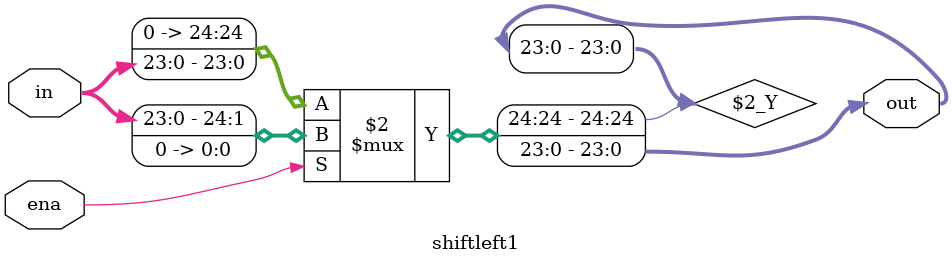
<source format=v>
module shiftleft(in, nshiftleft, out);

input	[23:0]	in;
input	[4:0]	nshiftleft;
output	[23:0]	out;

wire	[23:0]	temp1, temp2, temp3, temp4;

shiftleft16 shift_1(.in(in), .ena(nshiftleft[4]), .out(temp1));
shiftleft8  shift_2(.in(temp1), .ena(nshiftleft[3]), .out(temp2));
shiftleft4  shift_3(.in(temp2), .ena(nshiftleft[2]), .out(temp3));
shiftleft2  shift_4(.in(temp3), .ena(nshiftleft[1]), .out(temp4));
shiftleft1  shift_5(.in(temp4), .ena(nshiftleft[0]), .out(out));

endmodule

//////////////////////////////////////////////////////////////////////////

module	shiftleft16(in, ena, out);

input	[23:0]	in;
input			ena;
output	[23:0]	out;

assign out = ena?{in[8:0],16'b0}:in;
endmodule

//////////////////////////////////////////////////////////////////////////

module	shiftleft8(in, ena, out);

input	[23:0]	in;
input			ena;
output	[23:0]	out;

assign out = ena?{in[16:0],8'b0}:in;
endmodule

//////////////////////////////////////////////////////////////////////////

module	shiftleft4(in, ena, out);

input	[23:0]	in;
input			ena;
output	[23:0]	out;

assign out = ena?{in[20:0],4'b0}:in;
endmodule

//////////////////////////////////////////////////////////////////////////

module	shiftleft2(in, ena, out);

input	[23:0]	in;
input			ena;
output	[23:0]	out;

assign out = ena?{in[22:0],2'b0}:in;
endmodule

//////////////////////////////////////////////////////////////////////////

module	shiftleft1(in, ena, out);

input	[23:0]	in;
input			ena;
output	[23:0]	out;

assign out = ena?{in[23:0],1'b0}:in;
endmodule
</source>
